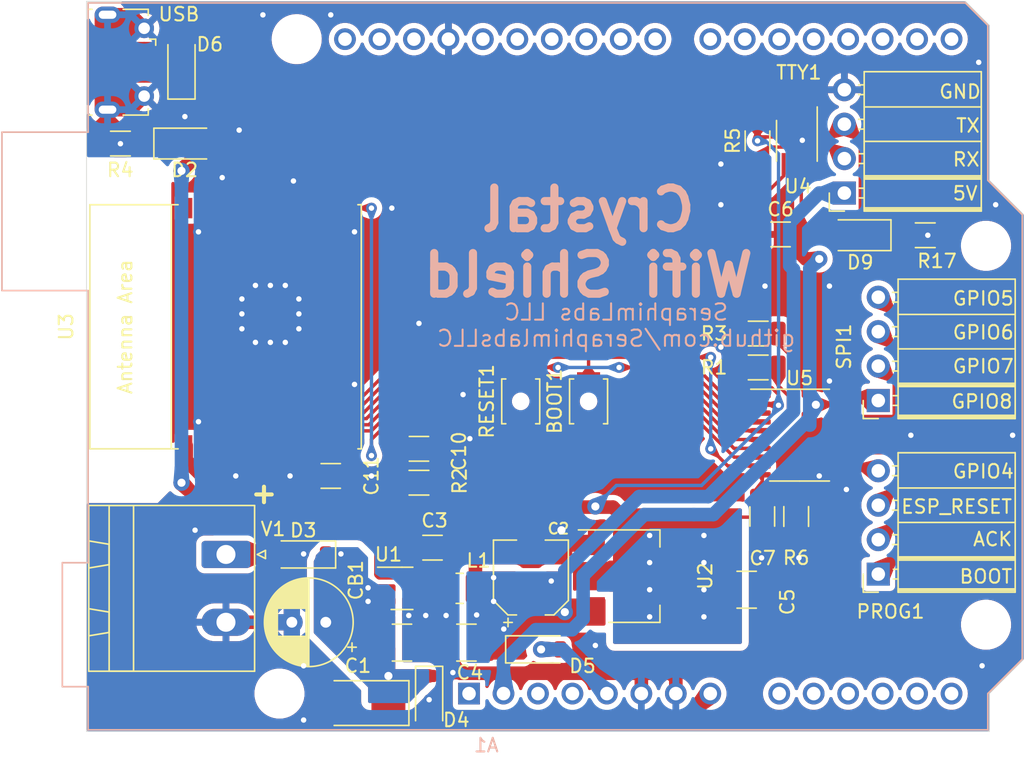
<source format=kicad_pcb>
(kicad_pcb (version 20221018) (generator pcbnew)
  (layers (0 "F.Cu" signal) (31 "B.Cu" signal) (34 "B.Paste" user) (35 "F.Paste" user) (36 "B.SilkS" user "B.Silkscreen") (37 "F.SilkS" user "F.Silkscreen") (38 "B.Mask" user) (39 "F.Mask" user) (44 "Edge.Cuts" user))
  (net 0 "")
  (net 1 "+5V")
  (net 2 "GND")
  (net 3 "/GPIO9")
  (net 4 "/RESET")
  (net 5 "Net-(U1-BST)")
  (net 6 "Net-(U1-SW)")
  (net 8 "Net-(U5-OE)")
  (net 9 "Net-(D2-K)")
  (net 10 "/IOREF")
  (net 11 "/ARESET")
  (net 13 "Net-(D6-A)")
  (net 14 "Net-(A1-+5V)")
  (net 15 "Net-(A1-VIN)")
  (net 16 "/USB_D-")
  (net 17 "/USB_D+")
  (net 19 "/GPIO8")
  (net 20 "Net-(U4-OE)")
  (net 21 "/TXD")
  (net 22 "/RXD")
  (net 23 "/GPIO10")
  (net 24 "/GPIO7")
  (net 25 "/GPIO6")
  (net 26 "/GPIO5")
  (net 27 "+3.3V")
  (net 33 "Net-(PROG1-Pin_4)")
  (net 34 "Net-(D9-K)")
  (net 35 "Net-(D9-A)")
  (net 36 "Net-(TTY1-Pin_2)")
  (net 37 "/GPIO4")
  (net 56 "/VIN")
  (net 57 "Net-(D3-A)")
  (net 58 "Net-(PROG1-Pin_1)")
  (net 59 "Net-(PROG1-Pin_2)")
  (net 60 "Net-(PROG1-Pin_3)")
  (net 61 "Net-(SPI1-Pin_1)")
  (net 62 "Net-(SPI1-Pin_2)")
  (net 63 "Net-(SPI1-Pin_3)")
  (net 64 "Net-(SPI1-Pin_4)")
  (footprint "Inductor_SMD:L_1008_2520Metric_Pad1.43x2.20mm_HandSolder" (layer "F.Cu") (at 47.5 63.29)
    (fp_text reference "L1")
    (fp_text value "4.7uH")
  )
  (footprint "Diode_SMD:D_SOD-123" (layer "F.Cu") (at 36 60.79 180)
    (fp_text reference "D3")
    (fp_text value "PMEG2005EGWX")
  )
  (footprint "Connector_PinSocket_2.54mm:PinSocket_1x04_P2.54mm_Horizontal" (layer "F.Cu") (at 78.35 49.44 180)
    (fp_text reference "SPI1")
    (fp_text value "Conn_01x04")
  )
  (footprint "Capacitor_THT:CP_Radial_D6.3mm_P2.50mm" (layer "F.Cu") (at 37.63238 65.79 180)
    (fp_text reference "CB1")
    (fp_text value "100uF")
  )
  (footprint "Capacitor_SMD:C_1206_3216Metric" (layer "F.Cu") (at 38 55 180)
    (fp_text reference "C11")
    (fp_text value "1uf")
  )
  (footprint "LED_SMD:LED_1206_3216Metric" (layer "F.Cu") (at 27.25 30.49)
    (fp_text reference "D2")
    (fp_text value "Red")
  )
  (footprint "Package_TO_SOT_SMD:SOT-223-3_TabPin2" (layer "F.Cu") (at 60.35 62.39)
    (fp_text reference "U2")
    (fp_text value "NCP1117-3.3_SOT223")
  )
  (footprint "Resistor_SMD:R_1206_3216Metric" (layer "F.Cu") (at 69.5 44.5)
    (fp_text reference "R3")
    (fp_text value "10k")
  )
  (footprint "Connector_PinSocket_2.54mm:PinSocket_1x04_P2.54mm_Horizontal" (layer "F.Cu") (at 75.85 34.14 180)
    (fp_text reference "TTY1")
    (fp_text value "Conn_01x04")
  )
  (footprint "Resistor_SMD:R_1206_3216Metric" (layer "F.Cu") (at 72.3 57.99 -90)
    (fp_text reference "R6")
    (fp_text value "47k")
  )
  (footprint "Capacitor_SMD:C_1210_3225Metric" (layer "F.Cu") (at 48 67.29 180)
    (fp_text reference "C4")
    (fp_text value "10uF")
  )
  (footprint "Connector_Phoenix_MSTB:PhoenixContact_MSTBA_2,5_2-G_1x02_P5.00mm_Horizontal" (layer "F.Cu") (at 30.2775 60.79 -90)
    (fp_text reference "V1")
    (fp_text value "Conn_01x02")
  )
  (footprint "Connector_PinSocket_2.54mm:PinSocket_1x04_P2.54mm_Horizontal" (layer "F.Cu") (at 78.35 62.24 180)
    (fp_text reference "PROG1")
    (fp_text value "Conn_01x04")
  )
  (footprint "Capacitor_SMD:C_1206_3216Metric" (layer "F.Cu") (at 45.5 60.29)
    (fp_text reference "C3")
    (fp_text value "0.1uF")
  )
  (footprint "Package_SO:SSOP-8_2.95x2.8mm_P0.65mm" (layer "F.Cu") (at 72.35 30.29 -90)
    (fp_text reference "U4")
    (fp_text value "TXS0102DCT")
  )
  (footprint "Diode_SMD:D_SOD-123" (layer "F.Cu") (at 27 24.85 90)
    (fp_text reference "D6")
    (fp_text value "PMEG2005EGWX" hide)
  )
  (footprint "Connector_USB:USB_Micro-B_Molex-105017-0001" (layer "F.Cu") (at 22.7875 24.49 -90)
    (fp_text reference "J1" hide)
    (fp_text value "USB_B_Micro")
  )
  (footprint "LED_SMD:LED_1206_3216Metric" (layer "F.Cu") (at 77 37.25 180)
    (fp_text reference "D9")
    (fp_text value "Blue")
  )
  (footprint "Button_Switch_SMD:SW_SPST_B3U-1000P-B" (layer "F.Cu") (at 57 49.5 90)
    (fp_text reference "BOOT1")
    (fp_text value "SW_Push")
  )
  (footprint "Resistor_SMD:R_1206_3216Metric" (layer "F.Cu") (at 81.8125 37.25)
    (fp_text reference "R17")
    (fp_text value "1k")
  )
  (footprint "Capacitor_SMD:C_1210_3225Metric" (layer "F.Cu") (at 68.65 63.39)
    (fp_text reference "C5")
    (fp_text value "10uF")
  )
  (footprint "Button_Switch_SMD:SW_SPST_B3U-1000P-B" (layer "F.Cu") (at 52 49.5 90)
    (fp_text reference "RESET1")
    (fp_text value "SW_Push")
  )
  (footprint "Espressif:ESP32-C3-WROOM-02" (layer "F.Cu") (at 33.25 44 90)
    (fp_text reference "U3")
    (fp_text value "ESP32-C3-WROOM-02")
  )
  (footprint "Diode_SMD:D_SMA" (layer "F.Cu") (at 40.25 71.75 180)
    (fp_text reference "D1" hide)
    (fp_text value "SMAJ18CA")
  )
  (footprint "Resistor_SMD:R_1206_3216Metric" (layer "F.Cu") (at 69.5 47)
    (fp_text reference "R1")
    (fp_text value "47k")
  )
  (footprint "Resistor_SMD:R_1206_3216Metric" (layer "F.Cu") (at 44.5 55.5 180)
    (fp_text reference "R2")
    (fp_text value "10k" hide)
  )
  (footprint "Capacitor_SMD:C_1206_3216Metric" (layer "F.Cu") (at 71.15 37.19)
    (fp_text reference "C6")
    (fp_text value "1uf")
  )
  (footprint "Capacitor_SMD:C_1206_3216Metric" (layer "F.Cu") (at 44.5 53 180)
    (fp_text reference "C10")
    (fp_text value "1uf")
  )
  (footprint "Capacitor_SMD:CP_Elec_5x5.3" (layer "F.Cu") (at 52.75 62.49 90)
    (fp_text reference "C2")
    (fp_text value "22uF" hide)
  )
  (footprint "Diode_SMD:D_SOD-123" (layer "F.Cu") (at 53.25 67.79)
    (fp_text reference "D5")
    (fp_text value "PMEG2005EGWX")
  )
  (footprint "Package_SO:TSSOP-20_4.4x6.5mm_P0.65mm" (layer "F.Cu") (at 72.55 51.99)
    (fp_text reference "U5")
    (fp_text value "TXS0108EPW")
  )
  (footprint "Package_TO_SOT_SMD:TSOT-23-6" (layer "F.Cu") (at 43.25 63.29)
    (fp_text reference "U1")
    (fp_text value "AP63205WU")
  )
  (footprint "Capacitor_SMD:C_1210_3225Metric" (layer "F.Cu") (at 43.25 67.29)
    (fp_text reference "C1")
    (fp_text value "10uF")
  )
  (footprint "Capacitor_SMD:C_1206_3216Metric" (layer "F.Cu") (at 69.8 57.99 -90)
    (fp_text reference "C7")
    (fp_text value "1uf")
  )
  (footprint "Resistor_SMD:R_1206_3216Metric" (layer "F.Cu") (at 22.5 30.49)
    (fp_text reference "R4")
    (fp_text value "1k")
  )
  (footprint "Resistor_SMD:R_1206_3216Metric" (layer "F.Cu") (at 69.45 30.29 90)
    (fp_text reference "R5")
    (fp_text value "47k")
  )
  (footprint "Diode_SMD:D_SOD-123" (layer "F.Cu") (at 45.25 71.4 -90)
    (fp_text reference "D4")
    (fp_text value "PMEG2005EGWX")
  )
  (footprint "Module:Arduino_UNO_R3_WithMountingHoles" (layer "B.Cu") (at 48.19 71.05)
    (fp_text reference "A1")
    (fp_text value "Arduino_UNO_R3")
  )
  (gr_line (start 84.77 20) (end 20 20) (stroke (width 0.05)) (layer "Edge.Cuts"))
  (gr_line (start 86.54 73.84) (end 86.54 71.05) (stroke (width 0.05)) (layer "Edge.Cuts"))
  (gr_line (start 89.08 35.74) (end 86.54 33.2) (stroke (width 0.05)) (layer "Edge.Cuts"))
  (gr_line (start 86.54 21.77) (end 84.77 20) (stroke (width 0.05)) (layer "Edge.Cuts"))
  (gr_line (start 20 20) (end 20 73.84) (stroke (width 0.05)) (layer "Edge.Cuts"))
  (gr_line (start 20 73.84) (end 86.54 73.84) (stroke (width 0.05)) (layer "Edge.Cuts"))
  (gr_line (start 86.54 33.2) (end 86.54 21.77) (stroke (width 0.05)) (layer "Edge.Cuts"))
  (gr_line (start 89.08 68.51) (end 89.08 35.74) (stroke (width 0.05)) (layer "Edge.Cuts"))
  (gr_line (start 86.54 71.05) (end 89.08 68.51) (stroke (width 0.05)) (layer "Edge.Cuts"))
  (gr_text "Crystal\nWifi Shield" (at 56.98 41.96) (layer "B.SilkS") (effects (font (size 3 3) (thickness 0.6) bold) (justify bottom mirror)))
  (gr_text "SeraphimLabs LLC\ngithub.com/SeraphimlabsLLC" (at 59.03 45.56) (layer "B.SilkS") (effects (font (size 1.2 1.2)) (justify bottom mirror)))
  (gr_text "5V" (at 83.75 34.75) (layer "F.SilkS") (effects (font (size 1 1)) (justify left bottom)))
  (gr_text "TX" (at 84 29.75) (layer "F.SilkS") (effects (font (size 1 1)) (justify left bottom)))
  (gr_text "RX" (at 83.75 32.25) (layer "F.SilkS") (effects (font (size 1 1)) (justify left bottom)))
  (gr_text "ESP_RESET" (at 79.95 57.85) (layer "F.SilkS") (effects (font (size 1 1)) (justify left bottom)))
  (gr_text "GPIO5" (at 83.75 42.5) (layer "F.SilkS") (effects (font (size 1 1)) (justify left bottom)))
  (gr_text "GND" (at 82.75 27.25) (layer "F.SilkS") (effects (font (size 1 1)) (justify left bottom)))
  (gr_text "GPIO7" (at 83.75 47.5) (layer "F.SilkS") (effects (font (size 1 1)) (justify left bottom)))
  (gr_text "GPIO8" (at 83.65 50.1) (layer "F.SilkS") (effects (font (size 1 1)) (justify left bottom)))
  (gr_text "BOOT" (at 84.25 63) (layer "F.SilkS") (effects (font (size 1 1)) (justify left bottom)))
  (gr_text "USB" (at 25.2125 21.54) (layer "F.SilkS") (effects (font (size 1 1)) (justify left bottom)))
  (gr_text "GPIO4" (at 83.75 55.25) (layer "F.SilkS") (effects (font (size 1 1)) (justify left bottom)))
  (gr_text "GPIO6" (at 83.75 45) (layer "F.SilkS") (effects (font (size 1 1)) (justify left bottom)))
  (gr_text "+" (at 33.85 57.49 90) (layer "F.SilkS") (effects (font (size 1.5 1.5) (thickness 0.3) bold) (justify left bottom)))
  (gr_text "ACK" (at 85.25 60.25) (layer "F.SilkS") (effects (font (size 1 1)) (justify left bottom)))
  (segment (start 43.496497 58.5) (end 42.75 58.5) (width 1) (layer "F.Cu") (net 1))
  (segment (start 42.1125 62.34) (end 42.66 62.34) (width 0.6) (layer "F.Cu") (net 1))
  (segment (start 27 26.5) (end 27.75 26.5) (width 1) (layer "F.Cu") (net 1))
  (segment (start 48.6625 59.658997) (end 47.503503 58.5) (width 1) (layer "F.Cu") (net 1))
  (segment (start 28.775 27.525) (end 28.775 30.365) (width 1) (layer "F.Cu") (net 1))
  (segment (start 28.65 30.85) (end 27 32.5) (width 1) (layer "F.Cu") (net 1))
  (segment (start 42.75 58.5) (end 41.5 58.5) (width 1) (layer "F.Cu") (net 1))
  (segment (start 42.66 62.34) (end 42.75 62.25) (width 0.6) (layer "F.Cu") (net 1))
  (segment (start 27.75 26.5) (end 28.775 27.525) (width 1) (layer "F.Cu") (net 1))
  (segment (start 47.503503 58.5) (end 45.75 58.5) (width 1) (layer "F.Cu") (net 1))
  (segment (start 45.75 58.5) (end 43.496497 58.5) (width 1) (layer "F.Cu") (net 1))
  (segment (start 28.775 30.365) (end 28.65 30.49) (width 1) (layer "F.Cu") (net 1))
  (segment (start 48.6625 63.29) (end 48.6625 59.658997) (width 1) (layer "F.Cu") (net 1))
  (segment (start 27 55.5) (end 30 58.5) (width 1) (layer "F.Cu") (net 1))
  (segment (start 42.75 62.25) (end 42.75 58.5) (width 0.6) (layer "F.Cu") (net 1))
  (segment (start 41.5 62.25) (end 41.5 58.5) (width 0.6) (layer "F.Cu") (net 1))
  (segment (start 28.65 30.49) (end 28.65 30.85) (width 1) (layer "F.Cu") (net 1))
  (segment (start 30 58.5) (end 41.5 58.5) (width 1) (layer "F.Cu") (net 1))
  (segment (start 41.59 62.34) (end 41.5 62.25) (width 0.6) (layer "F.Cu") (net 1))
  (segment (start 42.1125 62.34) (end 41.59 62.34) (width 0.6) (layer "F.Cu") (net 1))
  (via (at 50 62.5) (size 0.8) (drill 0.4) (layers "F.Cu" "B.Cu") (net 1))
  (via (at 27 32.5) (size 1.2) (drill 0.6) (layers "F.Cu" "B.Cu") (net 1))
  (via (at 50 64.25) (size 0.8) (drill 0.4) (layers "F.Cu" "B.Cu") (net 1))
  (via (at 54.25 62.75) (size 0.8) (drill 0.4) (layers "F.Cu" "B.Cu") (net 1))
  (via (at 50.75 66.29) (size 0.8) (drill 0.4) (layers "F.Cu" "B.Cu") (net 1))
  (via (at 55.25 65.04) (size 1.2) (drill 0.6) (layers "F.Cu" "B.Cu") (net 1))
  (via (at 27 55.5) (size 1.2) (drill 0.6) (layers "F.Cu" "B.Cu") (net 1))
  (via (at 48.75 65.25) (size 0.8) (drill 0.4) (layers "F.Cu" "B.Cu") (net 1))
  (segment (start 27 32.5) (end 27 55.5) (width 1) (layer "B.Cu") (net 1))
  (segment (start 72.1 39.775) (end 71.825 39.5) (width 1) (layer "B.Cu") (net 1))
  (segment (start 71.825 36.315) (end 74 34.14) (width 1) (layer "B.Cu") (net 1))
  (segment (start 55.25 62) (end 60.724379 56.525621) (width 1) (layer "B.Cu") (net 1))
  (segment (start 60.724379 56.525621) (end 65.820014 56.525621) (width 1) (layer "B.Cu") (net 1))
  (segment (start 71.825 39.5) (end 71.825 36.315) (width 1) (layer "B.Cu") (net 1))
  (segment (start 72.1 50.245635) (end 72.1 39.775) (width 1) (layer "B.Cu") (net 1))
  (segment (start 65.820014 56.525621) (end 72.1 50.245635) (width 1) (layer "B.Cu") (net 1))
  (segment (start 55.25 65.04) (end 55.25 62) (width 1) (layer "B.Cu") (net 1))
  (segment (start 74 34.14) (end 75.85 34.14) (width 1) (layer "B.Cu") (net 1))
  (segment (start 75.4125 55.4125) (end 76 56) (width 0.4) (layer "F.Cu") (net 2))
  (segment (start 38.25 71.75) (end 38.25 70) (width 1) (layer "F.Cu") (net 2))
  (segment (start 22.49 30.49) (end 22.5 30.5) (width 1) (layer "F.Cu") (net 2))
  (segment (start 44.725 67.29) (end 44.725 65.565) (width 1) (layer "F.Cu") (net 2))
  (segment (start 23.25 27.99) (end 24.25 26.99) (width 1) (layer "F.Cu") (net 2))
  (segment (start 39.475 55) (end 41 55) (width 0.25) (layer "F.Cu") (net 2))
  (segment (start 63.43 69.93) (end 63.43 71.05) (width 1) (layer "F.Cu") (net 2))
  (segment (start 74.085 54.915) (end 74 55) (width 0.4) (layer "F.Cu") (net 2))
  (segment (start 72.675 27.325) (end 72.675 28.59) (width 0.25) (layer "F.Cu") (net 2))
  (segment (start 22.875 25.8) (end 22.875 26.640304) (width 1) (layer "F.Cu") (net 2))
  (segment (start 69.8 60.99) (end 69.75 61.04) (width 0.25) (layer "F.Cu") (net 2))
  (segment (start 46.525 67.29) (end 44.725 67.29) (width 1) (layer "F.Cu") (net 2))
  (segment (start 24.25 25.79) (end 22.885 25.79) (width 0.4) (layer "F.Cu") (net 2))
  (segment (start 24.25 26.99) (end 25.44 25.8) (width 0.4) (layer "F.Cu") (net 2))
  (segment (start 21.55 23.49) (end 21.56 23.5) (width 1) (layer "F.Cu") (net 2))
  (segment (start 75.85 26.52) (end 73.48 26.52) (width 0.25) (layer "F.Cu") (net 2))
  (segment (start 22.875 26.640304) (end 23.224696 26.99) (width 1) (layer "F.Cu") (net 2))
  (segment (start 60.89 71.05) (end 60.89 69.69) (width 1) (layer "F.Cu") (net 2))
  (segment (start 57.2 60.09) (end 55 60.09) (width 1) (layer "F.Cu") (net 2))
  (segment (start 75.4125 54.915) (end 74.085 54.915) (width 0.4) (layer "F.Cu") (net 2))
  (segment (start 45 64.25) (end 45 65.29) (width 0.6) (layer "F.Cu") (net 2))
  (segment (start 21.55 20.99) (end 21.55 21.59) (width 1) (layer "F.Cu") (net 2))
  (segment (start 45 65.29) (end 46.5 65.29) (width 1) (layer "F.Cu") (net 2))
  (segment (start 47.55 69.55) (end 60.75 69.55) (width 1) (layer "F.Cu") (net 2))
  (segment (start 21.55 28.7) (end 21.0375 29.2125) (width 1) (layer "F.Cu") (net 2))
  (segment (start 46.5 67.265) (end 46.525 67.29) (width 1) (layer "F.Cu") (net 2))
  (segment (start 21.55 27.99) (end 21.55 28.7) (width 1) (layer "F.Cu") (net 2))
  (segment (start 22.5 30.5) (end 22.5 29.65) (width 1) (layer "F.Cu") (net 2))
  (segment (start 44.99 64.24) (end 45 64.25) (width 0.6) (layer "F.Cu") (net 2))
  (segment (start 25.44 25.8) (end 25.45 25.8) (width 0.4) (layer "F.Cu") (net 2))
  (segment (start 22.875 23.5) (end 22.875 25.8) (width 1) (layer "F.Cu") (net 2))
  (segment (start 46.525 68.525) (end 47 69) (width 1) (layer "F.Cu") (net 2))
  (segment (start 37.375 69.125) (end 35.875 67.625) (width 1) (layer "F.Cu") (net 2))
  (segment (start 47 69.5) (end 47.5 69.5) (width 1) (layer "F.Cu") (net 2))
  (segment (start 21.55 27.39) (end 21.55 27.99) (width 1) (layer "F.Cu") (net 2))
  (segment (start 63.05 69.55) (end 63.43 69.93) (width 1) (layer "F.Cu") (net 2))
  (segment (start 22.885 25.79) (end 22.875 25.8) (width 0.4) (layer "F.Cu") (net 2))
  (segment (start 21.55 21.59) (end 21.55 23.49) (width 1) (layer "F.Cu") (net 2))
  (segment (start 75.4125 54.915) (end 75.4125 55.4125) (width 0.4) (layer "F.Cu") (net 2))
  (segment (start 22.875 23.5) (end 22.875 22.29) (width 1) (layer "F.Cu") (net 2))
  (segment (start 36 69) (end 36 67.75) (width 1) (layer "F.Cu") (net 2))
  (segment (start 23.25 20.99) (end 24.25 21.99) (width 1) (layer "F.Cu") (net 2))
  (segment (start 21.56 23.5) (end 22.875 23.5) (width 1) (layer "F.Cu") (net 2))
  (segment (start 44.3875 64.24) (end 44.99 64.24) (width 0.6) (layer "F.Cu") (net 2))
  (segment (start 36 69) (end 37.25 69) (width 1) (layer "F.Cu") (net 2))
  (segment (start 43.76 64.24) (end 43.75 64.25) (width 0.6) (layer "F.Cu") (net 2))
  (segment (start 24.25 25.79) (end 25.43 25.79) (width 0.4) (layer "F.Cu") (net 2))
  (segment (start 21.55 25.49) (end 21.55 27.39) (width 1) (layer "F.Cu") (net 2))
  (segment (start 21.55 20.99) (end 23.25 20.99) (width 1) (layer "F.Cu") (net 2))
  (segment (start 47.5 69.5) (end 47.55 69.55) (width 1) (layer "F.Cu") (net 2))
  (segment (start 72.675 28.59) (end 72.675 30.175) (width 0.25) (layer "F.Cu") (net 2))
  (segment (start 60.89 69.69) (end 60.75 69.55) (width 1) (layer "F.Cu") (net 2))
  (segment (start 22.875 22.29) (end 23.175 21.99) (width 1) (layer "F.Cu") (net 2))
  (segment (start 21.0375 30.49) (end 22.49 30.49) (width 1) (layer "F.Cu") (net 2))
  (segment (start 39.35 54.875) (end 39.475 55) (width 0.25) (layer "F.Cu") (net 2))
  (segment (start 23.224696 26.99) (end 24.25 26.99) (width 1) (layer "F.Cu") (net 2))
  (segment (start 21.0375 29.2125) (end 21.0375 30.49) (width 1) (layer "F.Cu") (net 2))
  (segment (start 69.8 59.465) (end 69.8 60.99) (width 0.25) (layer "F.Cu") (net 2))
  (segment (start 44.3875 64.24) (end 43.76 64.24) (width 0.6) (layer "F.Cu") (net 2))
  (segment (start 23.175 21.99) (end 24.25 21.99) (width 1) (layer "F.Cu") (net 2))
  (segment (start 43.75 64.25) (end 43.75 65.29) (width 0.6) (layer "F.Cu") (net 2))
  (segment (start 47 69) (end 47 69.5) (width 1) (layer "F.Cu") (net 2))
  (segment (start 45 65.29) (end 43.75 65.29) (width 1) (layer "F.Cu") (net 2))
  (segment (start 55 60.09) (end 52.95 60.09) (width 1) (layer "F.Cu") (net 2))
  (segment (start 21.55 27.99) (end 23.25 27.99) (width 1) (layer "F.Cu") (net 2))
  (segment (start 38.25 70) (end 37.375 69.125) (width 1) (layer "F.Cu") (net 2))
  (segment (start 83.275 37.25) (end 82 37.25) (width 0.25) (layer "F.Cu") (net 2))
  (segment (start 72.675 30.175) (end 72.75 30.25) (width 0.25) (layer "F.Cu") (net 2))
  (segment (start 73.48 26.52) (end 72.675 27.325) (width 0.25) (layer "F.Cu") (net 2))
  (segment (start 39.35 52.75) (end 39.35 54.875) (width 0.25) (layer "F.Cu") (net 2))
  (segment (start 55 59) (end 55 60.09) (width 1) (layer "F.Cu") (net 2))
  (segment (start 35.13238 66.88238) (end 35.13238 65.79) (width 1) (layer "F.Cu") (net 2))
  (segment (start 25.43 25.79) (end 25.44 25.8) (width 0.4) (layer "F.Cu") (net 2))
  (segment (start 35.875 67.625) (end 35.13238 66.88238) (width 1) (layer "F.Cu") (net 2))
  (segment (start 46.5 65.29) (end 46.5 67.265) (width 1) (layer "F.Cu") (net 2))
  (segment (start 21.55 23.49) (end 21.55 25.49) (width 1) (layer "F.Cu") (net 2))
  (segment (start 52.95 60.09) (end 52.75 60.29) (width 1) (layer "F.Cu") (net 2))
  (segment (start 46.525 67.29) (end 46.525 68.525) (width 1) (layer "F.Cu") (net 2))
  (segment (start 22.5 29.65) (end 21.55 28.7) (width 1) (layer "F.Cu") (net 2))
  (segment (start 60.75 69.55) (end 63.05 69.55) (width 1) (layer "F.Cu") (net 2))
  (segment (start 35.13238 65.79) (end 30.2775 65.79) (width 1) (layer "F.Cu") (net 2))
  (segment (start 44.725 65.565) (end 45 65.29) (width 1) (layer "F.Cu") (net 2))
  (via (at 35.65 44.15) (size 0.8) (drill 0.4) (layers "F.Cu" "B.Cu") (net 2))
  (via (at 36 73) (size 0.8) (drill 0.4) (layers "F.Cu" "B.Cu") (net 2))
  (via (at 31.45 41.95) (size 0.8) (drill 0.4) (layers "F.Cu" "B.Cu") (net 2))
  (via (at 42.5 35.25) (size 0.8) (drill 0.4) (layers "F.Cu" "B.Cu") (net 2))
  (via (at 35.65 41.95) (size 0.8) (drill 0.4) (layers "F.Cu" "B.Cu") (net 2))
  (via (at 43.75 65.29) (size 0.8) (drill 0.4) (layers "F.Cu" "B.Cu") (net 2))
  (via (at 31.25 29.5) (size 0.8) (drill 0.4) (layers "F.Cu" "B.Cu") (net 2))
  (via (at 55 59) (size 1.2) (drill 0.6) (layers "F.Cu" "B.Cu") (net 2))
  (via (at 66.75 45.5) (size 0.8) (drill 0.4) (layers "F.Cu" "B.Cu") (net 2))
  (via (at 74.75 48) (size 0.8) (drill 0.4) (layers "F.Cu" "B.Cu") (net 2))
  (via (at 35.25 33.25) (size 0.8) (drill 0.4) (layers "F.Cu" "B.Cu") (net 2))
  (via (at 32.45 45.15) (size 0.8) (drill 0.4) (layers "F.Cu" "B.Cu") (net 2))
  (via (at 76 56) (size 0.8) (drill 0.4) (layers "F.Cu" "B.Cu") (net 2))
  (via (at 33 21) (size 0.8) (drill 0.4) (layers "F.Cu" "B.Cu") (net 2))
  (via (at 22.5 30.5) (size 0.8) (drill 0.4) (layers "F.Cu" "B.Cu") (net 2))
  (via (at 34.65 45.15) (size 0.8) (drill 0.4) (layers "F.Cu" "B.Cu") (net 2))
  (via (at 48.25 52.25) (size 0.8) (drill 0.4) (layers "F.Cu" "B.Cu") (net 2))
  (via (at 72.75 30.25) (size 0.8) (drill 0.4) (layers "F.Cu" "B.Cu") (net 2))
  (via (at 36 60.75) (size 0.8) (drill 0.4) (layers "F.Cu" "B.Cu") (net 2))
  (via (at 31.45 43.05) (size 0.8) (drill 0.4) (layers "F.Cu" "B.Cu") (net 2))
  (via (at 35 55) (size 0.8) (drill 0.4) (layers "F.Cu" "B.Cu") (net 2))
  (via (at 31 55) (size 0.8) (drill 0.4) (layers "F.Cu" "B.Cu") (net 2))
  (via (at 72.5 61.04) (size 0.8) (drill 0.4) (layers "F.Cu" "B.Cu") (net 2))
  (via (at 44.5 43.75) (size 0.8) (drill 0.4) (layers "F.Cu" "B.Cu") (net 2))
  (via (at 66.75 32) (size 0.8) (drill 0.4) (layers "F.Cu" "B.Cu") (net 2))
  (via (at 41 55) (size 0.8) (drill 0.4) (layers "F.Cu" "B.Cu") (net 2))
  (via (at 30 33) (size 0.8) (drill 0.4) (layers "F.Cu" "B.Cu") (net 2))
  (via (at 46.5 65.29) (size 0.8) (drill 0.4) (layers "F.Cu" "B.Cu") (net 2))
  (via (at 74.75 41) (size 0.8) (drill 0.4) (layers "F.Cu" "B.Cu") (net 2))
  (via (at 85.75 24.5) (size 0.8) (drill 0.4) (layers "F.Cu" "B.Cu") (net 2))
  (via (at 33.55 45.15) (size 0.8) (drill 0.4) (layers "F.Cu" "B.Cu") (net 2))
  (via (at 66.75 35) (size 0.8) (drill 0.4) (layers "F.Cu" "B.Cu") (net 2))
  (via (at 45.25 71.5) (size 0.8) (drill 0.4) (layers "F.Cu" "B.Cu") (net 2))
  (via (at 57.5 67.5) (size 0.8) (drill 0.4) (layers "F.Cu" "B.Cu") (net 2))
  (via (at 39.75 37) (size 0.8) (drill 0.4) (layers "F.Cu" "B.Cu") (net 2))
  (via (at 39.75 48.25) (size 0.8) (drill 0.4) (layers "F.Cu" "B.Cu") (net 2))
  (via (at 45 65.29) (size 0.8) (drill 0.4) (layers "F.Cu" "B.Cu") (net 2))
  (via (at 88.25 52) (size 0.8) (drill 0.4) (layers "F.Cu" "B.Cu") (net 2))
  (via (at 86 69) (size 0.8) (drill 0.4) (layers "F.Cu" "B.Cu") (net 2))
  (via (at 28 59) (size 0.8) (drill 0.4) (layers "F.Cu" "B.Cu") (net 2))
  (via (at 31.45 44.15) (size 0.8) (drill 0.4) (layers "F.Cu" "B.Cu") (net 2))
  (via (at 47 69.5) (size 0.8) (drill 0.4) (layers "F.Cu" "B.Cu") (net 2))
  (via (at 82 37.25) (size 0.8) (drill 0.4) (layers "F.Cu" "B.Cu") (net 2))
  (via (at 34.65 40.95) (size 0.8) (drill 0.4) (layers "F.Cu" "B.Cu") (net 2))
  (via (at 47.75 49) (size 0.8) (drill 0.4) (layers "F.Cu" "B.Cu") (net 2))
  (via (at 87 35) (size 0.8) (drill 0.4) (layers "F.Cu" "B.Cu") (net 2))
  (via (at 69.75 61.04) (size 0.8) (drill 0.4) (layers "F.Cu" "B.Cu") (net 2))
  (via (at 70 41) (size 0.8) (drill 0.4) (layers "F.Cu" "B.Cu") (net 2))
  (via (at 28.25 37) (size 0.8) (drill 0.4) (layers "F.Cu" "B.Cu") (net 2))
  (via (at 27.25 28.5) (size 0.8) (drill 0.4) (layers "F.Cu" "B.Cu") (net 2))
  (via (at 33.55 40.95) (size 0.8) (drill 0.4) (layers "F.Cu" "B.Cu") (net 2))
  (via (at 28.25 51) (size 0.8) (drill 0.4) (layers "F.Cu" "B.Cu") (net 2))
  (via (at 35.65 43.05) (size 0.8) (drill 0.4) (layers "F.Cu" "B.Cu") (net 2))
  (via (at 74 55) (size 0.8) (drill 0.4) (layers "F.Cu" "B.Cu") (net 2))
  (via (at 80.75 52) (size 0.8) (drill 0.4) (layers "F.Cu" "B.Cu") (net 2))
  (via (at 32.45 40.95) (size 0.8) (drill 0.4) (layers "F.Cu" "B.Cu") (net 2))
  (via (at 36 69) (size 0.8) (drill 0.4) (layers "F.Cu" "B.Cu") (net 2))
  (via (at 38 21) (size 0.8) (drill 0.4) (layers "F.Cu" "B.Cu") (net 2))
  (segment (start 37.85 52.45) (end 38.625 51.675) (width 0.25) (layer "F.Cu") (net 3))
  (segment (start 37.85 52.75) (end 37.85 52.45) (width 0.25) (layer "F.Cu") (net 3))
  (segment (start 61.636396 46.25) (end 67.701396 52.315) (width 0.25) (layer "F.Cu") (net 3))
  (segment (start 69.6875 52.315) (end 70.376041 52.315) (width 0.25) (layer "F.Cu") (net 3))
  (segment (start 70.376041 52.315) (end 71.338719 51.352322) (width 0.25) (layer "F.Cu") (net 3))
  (segment (start 67.701396 52.315) (end 69.6875 52.315) (width 0.25) (layer "F.Cu") (net 3))
  (segment (start 72.175 50.502437) (end 72.175 48.902208) (width 0.25) (layer "F.Cu") (net 3))
  (segment (start 36.525 55) (end 37.25 55) (width 0.25) (layer "F.Cu") (net 3))
  (segment (start 72.175 48.902208) (end 71.911396 48.638604) (width 0.25) (layer "F.Cu") (net 3))
  (segment (start 71.338718 51.338718) (end 72.175 50.502437) (width 0.25) (layer "F.Cu") (net 3))
  (segment (start 38.625 51.675) (end 40.995584 51.675) (width 0.25) (layer "F.Cu") (net 3))
  (segment (start 46.420584 46.25) (end 57 46.25) (width 0.25) (layer "F.Cu") (net 3))
  (segment (start 57 46.25) (end 61.636396 46.25) (width 0.25) (layer "F.Cu") (net 3))
  (segment (start 40.995584 51.675) (end 46.420584 46.25) (width 0.25) (layer "F.Cu") (net 3))
  (segment (start 37.85 54.4) (end 37.85 52.75) (width 0.25) (layer "F.Cu") (net 3))
  (segment (start 71.911396 48.638604) (end 71.911396 46.161396) (width 0.25) (layer "F.Cu") (net 3))
  (segment (start 71.911396 46.161396) (end 70.9625 45.2125) (width 0.25) (layer "F.Cu") (net 3))
  (segment (start 57 47.8) (end 57 46.25) (width 0.25) (layer "F.Cu") (net 3))
  (segment (start 71.338719 51.352322) (end 71.338718 51.338718) (width 0.25) (layer "F.Cu") (net 3))
  (segment (start 70.9625 45.2125) (end 70.9625 44.5) (width 0.25) (layer "F.Cu") (net 3))
  (segment (start 37.25 55) (end 37.85 54.4) (width 0.25) (layer "F.Cu") (net 3))
  (segment (start 46.493376 47.45) (end 51.65 47.45) (width 0.25) (layer "F.Cu") (net 4))
  (segment (start 43.0375 55.5) (end 42.0625 56.475) (width 0.25) (layer "F.Cu") (net 4))
  (segment (start 43.025 53) (end 43.025 55.4875) (width 0.25) (layer "F.Cu") (net 4))
  (segment (start 54 47.45) (end 52.35 47.45) (width 0.25) (layer "F.Cu") (net 4))
  (segment (start 43.025 55.4875) (end 43.0375 55.5) (width 0.25) (layer "F.Cu") (net 4))
  (segment (start 54.35 47.8) (end 54 47.45) (width 0.25) (layer "F.Cu") (net 4))
  (segment (start 43.025 53) (end 43.025 50.918376) (width 0.25) (layer "F.Cu") (net 4))
  (segment (start 28.85 54.1) (end 28.85 52.75) (width 0.25) (layer "F.Cu") (net 4))
  (segment (start 69.6875 53.615) (end 67.728604 53.615) (width 0.25) (layer "F.Cu") (net 4))
  (segment (start 67.728604 53.615) (end 62.688604 48.575) (width 0.25) (layer "F.Cu") (net 4))
  (segment (start 43.025 50.918376) (end 46.493376 47.45) (width 0.25) (layer "F.Cu") (net 4))
  (segment (start 54.8 47.8) (end 54.35 47.8) (width 0.25) (layer "F.Cu") (net 4))
  (segment (start 52.35 47.45) (end 52 47.8) (width 0.25) (layer "F.Cu") (net 4))
  (segment (start 31.225 56.475) (end 28.85 54.1) (width 0.25) (layer "F.Cu") (net 4))
  (segment (start 42.0625 56.475) (end 31.225 56.475) (width 0.25) (layer "F.Cu") (net 4))
  (segment (start 51.65 47.45) (end 52 47.8) (width 0.25) (layer "F.Cu") (net 4))
  (segment (start 62.688604 48.575) (end 55.575 48.575) (width 0.25) (layer "F.Cu") (net 4))
  (segment (start 55.575 48.575) (end 54.8 47.8) (width 0.25) (layer "F.Cu") (net 4))
  (segment (start 44.025 61.9775) (end 44.3875 62.34) (width 0.6) (layer "F.Cu") (net 5))
  (segment (start 44.025 60.29) (end 44.025 61.9775) (width 0.6) (layer "F.Cu") (net 5))
  (segment (start 44.3875 63.29) (end 46.3375 63.29) (width 0.6) (layer "F.Cu") (net 6))
  (segment (start 69.8 55.0275) (end 69.6875 54.915) (width 0.25) (layer "F.Cu") (net 8))
  (segment (start 69.8125 56.5275) (end 69.8 56.515) (width 0.25) (layer "F.Cu") (net 8))
  (segment (start 72.3 56.5275) (end 69.8125 56.5275) (width 0.25) (layer "F.Cu") (net 8))
  (segment (start 69.8 56.515) (end 69.8 55.0275) (width 0.25) (layer "F.Cu") (net 8))
  (segment (start 25.85 30.49) (end 23.9625 30.49) (width 0.25) (layer "F.Cu") (net 9))
  (segment (start 75.4125 49.715) (end 73.785 49.715) (width 0.25) (layer "F.Cu") (net 10))
  (segment (start 72.675 37.14) (end 72.625 37.19) (width 0.25) (layer "F.Cu") (net 10))
  (segment (start 73.785 49.715) (end 73.75 49.75) (width 0.25) (layer "F.Cu") (net 10))
  (segment (start 73 39) (end 72.625 38.625) (width 1) (layer "F.Cu") (net 10))
  (segment (start 72.675 31.99) (end 72.675 37.14) (width 0.25) (layer "F.Cu") (net 10))
  (segment (start 74 39) (end 73 39) (width 1) (layer "F.Cu") (net 10))
  (segment (start 72.625 38.625) (end 72.625 37.19) (width 1) (layer "F.Cu") (net 10))
  (via (at 73.75 49.75) (size 1.2) (drill 0.6) (layers "F.Cu" "B.Cu") (net 10))
  (via (at 74 39) (size 1.2) (drill 0.6) (layers "F.Cu" "B.Cu") (net 10))
  (segment (start 64.75 57.848528) (end 66.194163 57.848528) (width 1) (layer "B.Cu") (net 10))
  (segment (start 73.3 39.7) (end 74 39) (width 1) (layer "B.Cu") (net 10))
  (segment (start 73.75 49.75) (end 73.3 50.2) (width 1) (layer "B.Cu") (net 10))
  (segment (start 73.3 51.25) (end 73.3 50.2) (width 1) (layer "B.Cu") (net 10))
  (segment (start 73.3 50.742691) (end 73.3 50.2) (width 1) (layer "B.Cu") (net 10))
  (segment (start 73.75 49.75) (end 73.3 49.3) (width 1) (layer "B.Cu") (net 10))
  (segment (start 61.098528 57.848528) (end 64.75 57.848528) (width 1) (layer "B.Cu") (net 10))
  (segment (start 55.788478 66.34) (end 56.598528 65.52995) (width 1) (layer "B.Cu") (net 10))
  (segment (start 50.73 68.721522) (end 53.111522 66.34) (width 1) (layer "B.Cu") (net 10))
  (segment (start 73.3 48.75) (end 73.3 51.25) (width 1) (layer "B.Cu") (net 10))
  (segment (start 73.3 48.75) (end 73.3 39.7) (width 1) (layer "B.Cu") (net 10))
  (segment (start 66.194163 57.848528) (end 73.3 50.742691) (width 1) (layer "B.Cu") (net 10))
  (segment (start 73.3 49.3) (end 73.3 48.75) (width 1) (layer "B.Cu") (net 10))
  (segment (start 50.73 71.05) (end 50.73 68.721522) (width 1) (layer "B.Cu") (net 10))
  (segment (start 56.598528 62.348528) (end 61.098528 57.848528) (width 1) (layer "B.Cu") (net 10))
  (segment (start 56.598528 65.52995) (end 56.598528 62.348528) (width 1) (layer "B.Cu") (net 10))
  (segment (start 53.111522 66.34) (end 55.788478 66.34) (width 1) (layer "B.Cu") (net 10))
  (segment (start 24.26 23.2) (end 24.25 23.19) (width 0.4) (layer "F.Cu") (net 13))
  (segment (start 27 23.2) (end 24.26 23.2) (width 0.4) (layer "F.Cu") (net 13))
  (segment (start 53.5 67.79) (end 54.9 67.79) (width 1) (layer "F.Cu") (net 14))
  (via (at 53.5 67.79) (size 1.2) (drill 0.6) (layers "F.Cu" "B.Cu") (net 14))
  (segment (start 53.5 67.79) (end 55.09 67.79) (width 1) (layer "B.Cu") (net 14))
  (segment (start 55.09 67.79) (end 58.35 71.05) (width 1) (layer "B.Cu") (net 14))
  (segment (start 63.97 73.05) (end 45.25 73.05) (width 1) (layer "F.Cu") (net 15))
  (segment (start 65.97 71.05) (end 63.97 73.05) (width 1) (layer "F.Cu") (net 15))
  (segment (start 34.85 34.959314) (end 30 30.109314) (width 0.2) (layer "F.Cu") (net 16))
  (segment (start 27.037055 24.09) (end 25.375 24.09) (width 0.2) (layer "F.Cu") (net 16))
  (segment (start 34.85 35.25) (end 34.85 34.959314) (width 0.2) (layer "F.Cu") (net 16))
  (segment (start 25.125 23.84) (end 24.25 23.84) (width 0.2) (layer "F.Cu") (net 16))
  (segment (start 30 27.052944) (end 27.037055 24.09) (width 0.2) (layer "F.Cu") (net 16))
  (segment (start 25.375 24.09) (end 25.125 23.84) (width 0.2) (layer "F.Cu") (net 16))
  (segment (start 30 30.109314) (end 30 27.052944) (width 0.2) (layer "F.Cu") (net 16))
  (segment (start 33.35 34.025) (end 29.575 30.25) (width 0.2) (layer "F.Cu") (net 17))
  (segment (start 29.575 30.25) (end 29.575 27.19363) (width 0.2) (layer "F.Cu") (net 17))
  (segment (start 29.575 27.19363) (end 26.87137 24.49) (width 0.2) (layer "F.Cu") (net 17))
  (segment (start 33.35 35.25) (end 33.35 34.025) (width 0.2) (layer "F.Cu") (net 17))
  (segment (start 26.87137 24.49) (end 24.25 24.49) (width 0.2) (layer "F.Cu") (net 17))
  (segment (start 46.234188 45.8) (end 61.822792 45.8) (width 0.25) (layer "F.Cu") (net 19))
  (segment (start 40.809188 51.225) (end 46.234188 45.8) (width 0.25) (layer "F.Cu") (net 19))
  (segment (start 70.376041 51.665) (end 69.6875 51.665) (width 0.25) (layer "F.Cu") (net 19))
  (segment (start 36.35 51.9) (end 37.025 51.225) (width 0.25) (layer "F.Cu") (net 19))
  (segment (start 37.025 51.225) (end 40.809188 51.225) (width 0.25) (layer "F.Cu") (net 19))
  (segment (start 61.822792 45.8) (end 67.687792 51.665) (width 0.25) (layer "F.Cu") (net 19))
  (segment (start 67.687792 51.665) (end 69.6875 51.665) (width 0.25) (layer "F.Cu") (net 19))
  (segment (start 71.725 50.316041) (end 70.376041 51.665) (width 0.25) (layer "F.Cu") (net 19))
  (segment (start 71.725 49.088604) (end 71.725 50.316041) (width 0.25) (layer "F.Cu") (net 19))
  (segment (start 70.9625 47) (end 70.9625 48.326104) (width 0.25) (layer "F.Cu") (net 19))
  (segment (start 70.9625 48.326104) (end 71.725 49.088604) (width 0.25) (layer "F.Cu") (net 19))
  (segment (start 36.35 52.75) (end 36.35 51.9) (width 0.25) (layer "F.Cu") (net 19))
  (segment (start 70.25 30.75) (end 71.735 30.75) (width 0.25) (layer "F.Cu") (net 20))
  (segment (start 72.025 31.04) (end 72.025 31.99) (width 0.25) (layer "F.Cu") (net 20))
  (segment (start 69.45 31.55) (end 70.25 30.75) (width 0.25) (layer "F.Cu") (net 20))
  (segment (start 69.45 31.7525) (end 69.45 31.55) (width 0.25) (layer "F.Cu") (net 20))
  (segment (start 71.735 30.75) (end 72.025 31.04) (width 0.25) (layer "F.Cu") (net 20))
  (segment (start 36.35 35.25) (end 36.35 34.4) (width 0.25) (layer "F.Cu") (net 21))
  (segment (start 37.2 33.55) (end 67.2 33.55) (width 0.25) (layer "F.Cu") (net 21))
  (segment (start 36.35 34.4) (end 37.2 33.55) (width 0.25) (layer "F.Cu") (net 21))
  (segment (start 67.2 33.55) (end 68.25 32.5) (width 0.25) (layer "F.Cu") (net 21))
  (segment (start 71 27.5) (end 71.375 27.875) (width 0.25) (layer "F.Cu") (net 21))
  (segment (start 69.026827 27.5) (end 71 27.5) (width 0.25) (layer "F.Cu") (net 21))
  (segment (start 68.25 32.5) (end 68.25 28.276827) (width 0.25) (layer "F.Cu") (net 21))
  (segment (start 68.25 28.276827) (end 69.026827 27.5) (width 0.25) (layer "F.Cu") (net 21))
  (segment (start 71.375 27.875) (end 71.375 28.59) (width 0.25) (layer "F.Cu") (net 21))
  (segment (start 70.25 34) (end 38.8 34) (width 0.25) (layer "F.Cu") (net 22))
  (segment (start 71.375 32.875) (end 70.25 34) (width 0.25) (layer "F.Cu") (net 22))
  (segment (start 71.375 31.99) (end 71.375 32.875) (width 0.25) (layer "F.Cu") (net 22))
  (segment (start 38.8 34) (end 37.85 34.95) (width 0.25) (layer "F.Cu") (net 22))
  (segment (start 37.85 34.95) (end 37.85 35.25) (width 0.25) (layer "F.Cu") (net 22))
  (segment (start 61.75 47) (end 59.25 47) (width 0.25) (layer "F.Cu") (net 23))
  (segment (start 46.30698 47) (end 41 52.30698) (width 0.25) (layer "F.Cu") (net 23))
  (segment (start 41 52.30698) (end 41 53.5) (width 0.25) (layer "F.Cu") (net 23))
  (segment (start 67.715 52.965) (end 63.375 48.625) (width 0.25) (layer "F.Cu") (net 23))
  (segment (start 63.375 48.625) (end 61.75 47) (width 0.25) (layer "F.Cu") (net 23))
  (segment (start 39.35 35.25) (end 41 35.25) (width 0.25) (layer "F.Cu") (net 23))
  (segment (start 69.6875 52.965) (end 67.715 52.965) (width 0.25) (layer "F.Cu") (net 23))
  (segment (start 54.75 47) (end 46.30698 47) (width 0.25) (layer "F.Cu") (net 23))
  (via (at 41 35.25) (size 0.8) (drill 0.4) (layers "F.Cu" "B.Cu") (net 23))
  (via (at 41 53.5) (size 0.8) (drill 0.4) (layers "F.Cu" "B.Cu") (net 23))
  (via (at 59.25 47) (size 0.8) (drill 0.4) (layers "F.Cu" "B.Cu") (net 23))
  (via (at 54.75 47) (size 0.8) (drill 0.4) (layers "F.Cu" "B.Cu") (net 23))
  (segment (start 41 53.5) (end 41 35.25) (width 0.25) (layer "B.Cu") (net 23))
  (segment (start 59.25 47) (end 54.75 47) (width 0.25) (layer "B.Cu") (net 23))
  (segment (start 67.674188 51.015) (end 69.6875 51.015) (width 0.25) (layer "F.Cu") (net 24))
  (segment (start 62.009188 45.35) (end 67.674188 51.015) (width 0.25) (layer "F.Cu") (net 24))
  (segment (start 46.047792 45.35) (end 62.009188 45.35) (width 0.25) (layer "F.Cu") (net 24))
  (segment (start 34.85 51.675) (end 35.75 50.775) (width 0.25) (layer "F.Cu") (net 24))
  (segment (start 34.85 52.75) (end 34.85 51.675) (width 0.25) (layer "F.Cu") (net 24))
  (segment (start 35.75 50.775) (end 40.622792 50.775) (width 0.25) (layer "F.Cu") (net 24))
  (segment (start 40.622792 50.775) (end 46.047792 45.35) (width 0.25) (layer "F.Cu") (net 24))
  (segment (start 35.5 50.325) (end 40.436396 50.325) (width 0.25) (layer "F.Cu") (net 25))
  (segment (start 62.195584 44.9) (end 67.660584 50.365) (width 0.25) (layer "F.Cu") (net 25))
  (segment (start 33.35 52.75) (end 33.35 52.475) (width 0.25) (layer "F.Cu") (net 25))
  (segment (start 67.660584 50.365) (end 69.6875 50.365) (width 0.25) (layer "F.Cu") (net 25))
  (segment (start 33.35 52.475) (end 35.5 50.325) (width 0.25) (layer "F.Cu") (net 25))
  (segment (start 45.861396 44.9) (end 62.195584 44.9) (width 0.25) (layer "F.Cu") (net 25))
  (segment (start 40.436396 50.325) (end 45.861396 44.9) (width 0.25) (layer "F.Cu") (net 25))
  (segment (start 62.38198 44.45) (end 66.99698 49.065) (width 0.25) (layer "F.Cu") (net 26))
  (segment (start 40.25 49.875) (end 45.675 44.45) (width 0.25) (layer "F.Cu") (net 26))
  (segment (start 31.85 52.75) (end 31.85 52.45) (width 0.25) (layer "F.Cu") (net 26))
  (segment (start 35.313604 49.875) (end 40.25 49.875) (width 0.25) (layer "F.Cu") (net 26))
  (segment (start 45.675 44.45) (end 62.38198 44.45) (width 0.25) (layer "F.Cu") (net 26))
  (segment (start 33.719302 51.469302) (end 35.313604 49.875) (width 0.25) (layer "F.Cu") (net 26))
  (segment (start 31.85 52.45) (end 32.830698 51.469302) (width 0.25) (layer "F.Cu") (net 26))
  (segment (start 32.830698 51.469302) (end 33.719302 51.469302) (width 0.25) (layer "F.Cu") (net 26))
  (segment (start 66.99698 49.065) (end 69.6875 49.065) (width 0.25) (layer "F.Cu") (net 26))
  (segment (start 68.0375 47.7875) (end 68.75 48.5) (width 0.25) (layer "F.Cu") (net 27))
  (segment (start 70.8875 58.04) (end 66.85 58.04) (width 0.25) (layer "F.Cu") (net 27))
  (segment (start 71 49.79) (end 71 49) (width 0.25) (layer "F.Cu") (net 27))
  (segment (start 58.8 57.3) (end 60.89 59.39) (width 1) (layer "F.Cu") (net 27))
  (segment (start 45.9625 55.5) (end 45.9625 57.2625) (width 0.25) (layer "F.Cu") (net 27))
  (segment (start 46 57.3) (end 58.8 57.3) (width 1) (layer "F.Cu") (net 27))
  (segment (start 68.75 48.5) (end 70.5 48.5) (width 0.25) (layer "F.Cu") (net 27))
  (segment (start 69.45 30.29) (end 69.74 30) (width 0.25) (layer "F.Cu") (net 27))
  (segment (start 69.45 30.29) (end 69.45 28.8275) (width 0.25) (layer "F.Cu") (net 27))
  (segment (start 27.35 53.85) (end 30.8 57.3) (width 1) (layer "F.Cu") (net 27))
  (segment (start 72.3 59.4525) (end 70.8875 58.04) (width 0.25) (layer "F.Cu") (net 27))
  (segment (start 66.85 58.04) (end 65.5 59.39) (width 0.25) (layer "F.Cu") (net 27))
  (segment (start 70.925 49.715) (end 71 49.79) (width 0.25) (layer "F.Cu") (net 27))
  (segment (start 69.6875 49.715) (end 70.925 49.715) (width 0.25) (layer "F.Cu") (net 27))
  (segment (start 71.665 30) (end 70.6225 30) (width 0.25) (layer "F.Cu") (net 27))
  (segment (start 27.35 52.75) (end 27.35 53.85) (width 1) (layer "F.Cu") (net 27))
  (segment (start 72.025 29.64) (end 71.665 30) (width 0.25) (layer "F.Cu") (net 27))
  (segment (start 68.0375 47) (end 68.0375 47.7875) (width 0.25) (layer "F.Cu") (net 27))
  (segment (start 72.025 28.59) (end 72.025 29.64) (width 0.25) (layer "F.Cu") (net 27))
  (segment (start 68.0375 47) (end 68.0375 44.5) (width 0.25) (layer "F.Cu") (net 27))
  (segment (start 30.8 57.3) (end 46 57.3) (width 1) (layer "F.Cu") (net 27))
  (segment (start 71 49) (end 70.5 48.5) (width 0.25) (layer "F.Cu") (net 27))
  (segment (start 69.74 30) (end 70.6225 30) (width 0.25) (layer "F.Cu") (net 27))
  (segment (start 45.9625 57.2625) (end 46 57.3) (width 0.25) (layer "F.Cu") (net 27))
  (segment (start 60.89 59.39) (end 61.5 59.39) (width 1) (layer "F.Cu") (net 27))
  (via (at 65.5 61.39) (size 0.8) (drill 0.4) (layers "F.Cu" "B.Cu") (net 27))
  (via (at 61.5 65.39) (size 0.8) (drill 0.4) (layers "F.Cu" "B.Cu") (net 27))
  (via (at 65.5 59.39) (size 0.8) (drill 0.4) (layers "F.Cu" "B.Cu") (net 27))
  (via (at 61.5 61.39) (size 0.8) (drill 0.4) (layers "F.Cu" "B.Cu") (net 27))
  (via (at 61.5 59.39) (size 0.8) (drill 0.4) (layers "F.Cu" "B.Cu") (net 27))
  (via (at 71 49.79) (size 0.8) (drill 0.4) (layers "F.Cu" "B.Cu") (net 27))
  (via (at 57.5 57.25) (size 1.2) (drill 0.6) (layers "F.Cu" "B.Cu") (net 27))
  (via (at 65.5 63.39) (size 0.8) (drill 0.4) (layers "F.Cu" "B.Cu") (net 27))
  (via (at 69.45 30.29) (size 0.8) (drill 0.4) (layers "F.Cu" "B.Cu") (net 27))
  (via (at 65.5 65.39) (size 0.8) (drill 0.4) (layers "F.Cu" "B.Cu") (net 27))
  (via (at 61.5 63.39) (size 0.8) (drill 0.4) (layers "F.Cu" "B.Cu") (net 27))
  (segment (start 65.324684 55.700621) (end 59.049379 55.700621) (width 0.25) (layer "B.Cu") (net 27))
  (segment (start 69.45 30.29) (end 70.04 30.29) (width 0.25) (layer "B.Cu") (net 27))
  (segment (start 59.049379 55.700621) (end 57.5 57.25) (width 0.25) (layer "B.Cu") (net 27))
  (segment (start 71 50.025305) (end 65.324684 55.700621) (width 0.25) (layer "B.Cu") (net 27))
  (segment (start 70.04 30.29) (end 71 31.25) (width 0.25) (layer "B.Cu") (net 27))
  (segment (start 71 49.79) (end 71 31.25) (width 0.25) (layer "B.Cu") (net 27))
  (segment (start 71 49.79) (end 71 50.025305) (width 0.25) (layer "B.Cu") (net 27))
  (segment (start 78.35 54.62) (end 77.995 54.265) (width 0.25) (layer "F.Cu") (net 33))
  (segment (start 77.995 54.265) (end 75.4125 54.265) (width 0.25) (layer "F.Cu") (net 33))
  (segment (start 78.4 37.25) (end 80.35 37.25) (width 0.25) (layer "F.Cu") (net 34))
  (segment (start 77.025 36.475) (end 77.025 30.235) (width 0.25) (layer "F.Cu") (net 35))
  (segment (start 74.82 30.09) (end 73.75 30.09) (width 0.25) (layer "F.Cu") (net 35))
  (segment (start 73.75 30.09) (end 73.325 29.665) (width 0.25) (layer "F.Cu") (net 35))
  (segment (start 76.25 37.25) (end 77.025 36.475) (width 0.25) (layer "F.Cu") (net 35))
  (segment (start 73.325 29.665) (end 73.325 28.59) (width 0.25) (layer "F.Cu") (net 35))
  (segment (start 77.025 30.235) (end 75.85 29.06) (width 0.25) (layer "F.Cu") (net 35))
  (segment (start 75.6 37.25) (end 76.25 37.25) (width 0.25) (layer "F.Cu") (net 35))
  (segment (start 75.85 29.06) (end 74.82 30.09) (width 0.25) (layer "F.Cu") (net 35))
  (segment (start 73.85 30.54) (end 73.325 31.065) (width 0.25) (layer "F.Cu") (net 36))
  (segment (start 73.325 31.065) (end 73.325 31.99) (width 0.25) (layer "F.Cu") (net 36))
  (segment (start 75.85 31.6) (end 74.79 30.54) (width 0.25) (layer "F.Cu") (net 36))
  (segment (start 74.79 30.54) (end 73.85 30.54) (width 0.25) (layer "F.Cu") (net 36))
  (segment (start 32.206802 51.456802) (end 32.644302 51.019302) (width 0.25) (layer "F.Cu") (net 37))
  (segment (start 32.644302 51.019302) (end 33.532906 51.019302) (width 0.25) (layer "F.Cu") (net 37))
  (segment (start 40.063604 49.425) (end 45.488604 44) (width 0.25) (layer "F.Cu") (net 37))
  (segment (start 45.488604 44) (end 62.568376 44) (width 0.25) (layer "F.Cu") (net 37))
  (segment (start 62.568376 44) (end 64.818376 46.25) (width 0.25) (layer "F.Cu") (net 37))
  (segment (start 33.532906 51.019302) (end 35.127208 49.425) (width 0.25) (layer "F.Cu") (net 37))
  (segment (start 67.265 54.265) (end 66 53) (width 0.25) (layer "F.Cu") (net 37))
  (segment (start 31.343198 51.456802) (end 32.206802 51.456802) (width 0.25) (layer "F.Cu") (net 37))
  (segment (start 30.35 52.45) (end 31.343198 51.456802) (width 0.25) (layer "F.Cu") (net 37))
  (segment (start 69.6875 54.265) (end 67.265 54.265) (width 0.25) (layer "F.Cu") (net 37))
  (segment (start 64.818376 46.25) (end 66 46.25) (width 0.25) (layer "F.Cu") (net 37))
  (segment (start 30.35 52.75) (end 30.35 52.45) (width 0.25) (layer "F.Cu") (net 37))
  (segment (start 35.127208 49.425) (end 40.063604 49.425) (width 0.25) (layer "F.Cu") (net 37))
  (via (at 66 53) (size 0.8) (drill 0.4) (layers "F.Cu" "B.Cu") (net 37))
  (via (at 66 46.25) (size 0.8) (drill 0.4) (layers "F.Cu" "B.Cu") (net 37))
  (segment (start 66 53) (end 66 46.25) (width 0.25) (layer "B.Cu") (net 37))
  (segment (start 42.25 71.75) (end 42.25 69.75) (width 1) (layer "F.Cu") (net 56))
  (segment (start 42.25 67.765) (end 41.775 67.29) (width 1) (layer "F.Cu") (net 56))
  (segment (start 45.25 69.75) (end 42.25 69.75) (width 1) (layer "F.Cu") (net 56))
  (segment (start 37.63238 65.79) (end 39.54 65.79) (width 1) (layer "F.Cu") (net 56))
  (segment (start 39.75 66) (end 39.75 64.25) (width 1) (layer "F.Cu") (net 56))
  (segment (start 40.75 64.25) (end 39.75 64.25) (width 0.6) (layer "F.Cu") (net 56))
  (segment (start 40.75 63.25) (end 40.75 64.25) (width 0.6) (layer "F.Cu") (net 56))
  (segment (start 39.75 66.5) (end 39.75 66) (width 1) (layer "F.Cu") (net 56))
  (segment (start 40.76 64.24) (end 40.75 64.25) (width 0.6) (layer "F.Cu") (net 56))
  (segment (start 42.1125 64.24) (end 40.76 64.24) (width 0.6) (layer "F.Cu") (net 56))
  (segment (start 42.1125 63.29) (end 40.79 63.29) (width 0.6) (layer "F.Cu") (net 56))
  (segment (start 42.25 69.75) (end 42.25 67.765) (width 1) (layer "F.Cu") (net 56))
  (segment (start 41.775 67.29) (end 40.54 67.29) (width 1) (layer "F.Cu") (net 56))
  (segment (start 40.79 63.29) (end 40.75 63.25) (width 0.6) (layer "F.Cu") (net 56))
  (segment (start 39.75 64.25) (end 40.75 63.25) (width 1) (layer "F.Cu") (net 56))
  (segment (start 39.54 65.79) (end 39.75 66) (width 1) (layer "F.Cu") (net 56))
  (segment (start 40.54 67.29) (end 39.75 66.5) (width 1) (layer "F.Cu") (net 56))
  (via (at 42.25 69.75) (size 1.2) (drill 0.6) (layers "F.Cu" "B.Cu") (net 56))
  (via (at 40.75 63.25) (size 0.8) (drill 0.4) (layers "F.Cu" "B.Cu") (net 56))
  (via (at 40.75 64.25) (size 0.8) (drill 0.4) (layers "F.Cu" "B.Cu") (net 56))
  (via (at 38.75 60.75) (size 0.8) (drill 0.4) (layers "F.Cu" "B.Cu") (net 56))
  (segment (start 34.35 60.79) (end 30.2775 60.79) (width 1) (layer "F.Cu") (net 57))
  (segment (start 75.4125 52.315) (end 79.611396 52.315) (width 0.25) (layer "F.Cu") (net 58))
  (segment (start 80.3 58.44) (end 79.85 58.89) (width 0.25) (layer "F.Cu") (net 58))
  (segment (start 80.3 56.482792) (end 80.3 58.44) (width 0.25) (layer "F.Cu") (net 58))
  (segment (start 81.15 55.632792) (end 80.3 56.482792) (width 0.25) (layer "F.Cu") (net 58))
  (segment (start 81.15 53.853604) (end 81.15 55.632792) (width 0.25) (layer "F.Cu") (net 58))
  (segment (start 79.611396 52.315) (end 81.15 53.853604) (width 0.25) (layer "F.Cu") (net 58))
  (segment (start 79.85 60.74) (end 78.35 62.24) (width 0.25) (layer "F.Cu") (net 58))
  (segment (start 79.85 58.89) (end 79.85 60.74) (width 0.25) (layer "F.Cu") (net 58))
  (segment (start 75.5375 52.84) (end 79.5 52.84) (width 0.25) (layer "F.Cu") (net 59))
  (segment (start 79.805 56.341396) (end 79.805 58.245) (width 0.25) (layer "F.Cu") (net 59))
  (segment (start 80.7 55.446396) (end 79.805 56.341396) (width 0.25) (layer "F.Cu") (net 59))
  (segment (start 80.7 54.04) (end 80.7 55.446396) (width 0.25) (layer "F.Cu") (net 59))
  (segment (start 75.4125 52.965) (end 75.5375 52.84) (width 0.25) (layer "F.Cu") (net 59))
  (segment (start 79.805 58.245) (end 78.35 59.7) (width 0.25) (layer "F.Cu") (net 59))
  (segment (start 79.5 52.84) (end 80.7 54.04) (width 0.25) (layer "F.Cu") (net 59))
  (segment (start 77.25 53.29) (end 79.25 53.29) (width 0.25) (layer "F.Cu") (net 60))
  (segment (start 80.25 54.29) (end 80.25 55.26) (width 0.25) (layer "F.Cu") (net 60))
  (segment (start 75.4125 53.615) (end 76.925 53.615) (width 0.25) (layer "F.Cu") (net 60))
  (segment (start 76.925 53.615) (end 77.25 53.29) (width 0.25) (layer "F.Cu") (net 60))
  (segment (start 79.25 53.29) (end 80.25 54.29) (width 0.25) (layer "F.Cu") (net 60))
  (segment (start 80.25 55.26) (end 78.35 57.16) (width 0.25) (layer "F.Cu") (net 60))
  (segment (start 75.4125 49.065) (end 77.975 49.065) (width 0.25) (layer "F.Cu") (net 61))
  (segment (start 77.975 49.065) (end 78.35 49.44) (width 0.25) (layer "F.Cu") (net 61))
  (segment (start 78.35 46.9) (end 79.525 48.075) (width 0.25) (layer "F.Cu") (net 62))
  (segment (start 79.525 50.515) (end 79.425 50.615) (width 0.25) (layer "F.Cu") (net 62))
  (segment (start 76.7 50.615) (end 76.45 50.365) (width 0.25) (layer "F.Cu") (net 62))
  (segment (start 79.525 48.075) (end 79.525 50.515) (width 0.25) (layer "F.Cu") (net 62))
  (segment (start 76.45 50.365) (end 75.4125 50.365) (width 0.25) (layer "F.Cu") (net 62))
  (segment (start 79.425 50.615) (end 76.7 50.615) (width 0.25) (layer "F.Cu") (net 62))
  (segment (start 75.4125 51.015) (end 75.4625 51.065) (width 0.25) (layer "F.Cu") (net 63))
  (segment (start 79.611396 51.065) (end 79.975 50.701396) (width 0.25) (layer "F.Cu") (net 63))
  (segment (start 79.975 50.701396) (end 79.975 45.985) (width 0.25) (layer "F.Cu") (net 63))
  (segment (start 79.975 45.985) (end 78.35 44.36) (width 0.25) (layer "F.Cu") (net 63))
  (segment (start 75.4625 51.065) (end 79.611396 51.065) (width 0.25) (layer "F.Cu") (net 63))
  (segment (start 76.65 51.515) (end 79.797792 51.515) (width 0.25) (layer "F.Cu") (net 64))
  (segment (start 80.425 50.887792) (end 80.425 43.895) (width 0.25) (layer "F.Cu") (net 64))
  (segment (start 75.4125 51.665) (end 76.5 51.665) (width 0.25) (layer "F.Cu") (net 64))
  (segment (start 79.797792 51.515) (end 80.425 50.887792) (width 0.25) (layer "F.Cu") (net 64))
  (segment (start 80.425 43.895) (end 78.35 41.82) (width 0.25) (layer "F.Cu") (net 64))
  (segment (start 76.5 51.665) (end 76.65 51.515) (width 0.25) (layer "F.Cu") (net 64))
  (zone (net 6) (net_name "Net-(U1-SW)") (layer "F.Cu") (priority 1) (connect_pads yes (clearance 0.508)) (min_thickness 0.25) (fill yes (thermal_gap 0.3) (thermal_bridge_width 1))
    (polygon (pts (xy 45.5 64.54) (xy 45.5 64.29) (xy 45 63.79) (xy 43.5 63.79) (xy 43.5 62.79) (xy 45 62.79) (xy 45.5 62.29) (xy 45.5 59.29) (xy 47.5 59.29) (xy 47.5 64.54)))
  )
  (zone (net 27) (net_name "+3.3V") (layers "F&B.Cu") (priority 9) (connect_pads yes (clearance 0.508)) (min_thickness 0.254) (fill yes (thermal_gap 0.508) (thermal_bridge_width 0.8))
    (polygon (pts (xy 55.85 63.54) (xy 55.85 61.24) (xy 58.8 61.24) (xy 58.8 57.39) (xy 68.3 57.39) (xy 68.3 67.39) (xy 58.8 67.39) (xy 58.8 63.54)))
  )
  (zone (net 56) (net_name "/VIN") (layers "F&B.Cu") (priority 5) (connect_pads yes (clearance 0.508)) (min_thickness 0.25) (fill yes (thermal_gap 0.5) (thermal_bridge_width 0.5))
    (polygon (pts (xy 36.75 61) (xy 36.75 66.59) (xy 40.75 70.59) (xy 40.75 71.75) (xy 43.75 71.75) (xy 45.25 70.25) (xy 45.25 69.25) (xy 42.75 69.25) (xy 42.75 63.5) (xy 42.25 63) (xy 41.5 63) (xy 40.75 62.5) (xy 40.75 61) (xy 40 60.25) (xy 37.5 60.25)))
  )
  (zone (net 1) (net_name "+5V") (layers "F&B.Cu") (priority 5) (connect_pads yes (clearance 0.508)) (min_thickness 0.25) (fill yes (thermal_gap 0.5) (thermal_bridge_width 0.5))
    (polygon (pts (xy 58.25 64.04) (xy 58.25 66.04) (xy 54.75 66.04) (xy 52 68.79) (xy 48 68.79) (xy 48 62.04) (xy 55.25 62.04) (xy 55.25 64.04)))
  )
  (zone (net 2) (net_name "GND") (layers "F&B.Cu") (name "GND") (connect_pads (clearance 0.4)) (min_thickness 0.25) (fill yes (thermal_gap 0.4) (thermal_bridge_width 0.5))
    (polygon (pts (xy 20 73.85) (xy 86.55 73.85) (xy 86.55 71.05) (xy 89.1 68.5) (xy 89.1 35.75) (xy 86.55 33.2) (xy 86.55 21.75) (xy 84.8 20) (xy 20 20) (xy 20 31.5) (xy 25.25 31.5) (xy 26.25 32.5) (xy 26.25 56) (xy 25.25 57) (xy 20 57)))
  )
)
</source>
